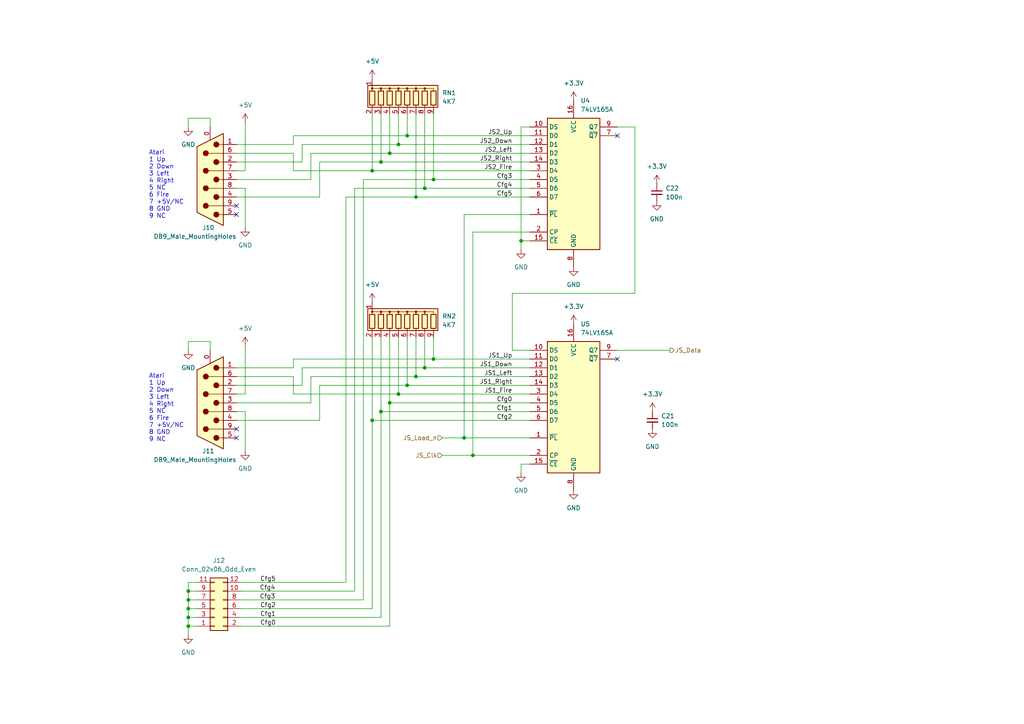
<source format=kicad_sch>
(kicad_sch (version 20211123) (generator eeschema)
  (paper "A4")
  (lib_symbols
    (symbol "74xx:74LS165"
      (property "Reference" "U" (at -7.62 19.05 0))
      (property "Value" "74LS165" (at -7.62 -21.59 0))
      (symbol "74LS165_1_0"
        (pin input line (at -12.7 -10.16 0) (length 5.08) (name "~{PL}") (number "1"))
        (pin input line (at -12.7 15.24 0) (length 5.08) (name "DS") (number "10"))
        (pin input line (at -12.7 12.7 0) (length 5.08) (name "D0") (number "11"))
        (pin input line (at -12.7 10.16 0) (length 5.08) (name "D1") (number "12"))
        (pin input line (at -12.7 7.62 0) (length 5.08) (name "D2") (number "13"))
        (pin input line (at -12.7 5.08 0) (length 5.08) (name "D3") (number "14"))
        (pin input line (at -12.7 -17.78 0) (length 5.08) (name "~{CE}") (number "15"))
        (pin power_in line (at 0 22.86 270) (length 5.08) (name "VCC") (number "16"))
        (pin input line (at -12.7 -15.24 0) (length 5.08) (name "CP") (number "2"))
        (pin input line (at -12.7 2.54 0) (length 5.08) (name "D4") (number "3"))
        (pin input line (at -12.7 0 0) (length 5.08) (name "D5") (number "4"))
        (pin input line (at -12.7 -2.54 0) (length 5.08) (name "D6") (number "5"))
        (pin input line (at -12.7 -5.08 0) (length 5.08) (name "D7") (number "6"))
        (pin output line (at 12.7 12.7 180) (length 5.08) (name "~{Q7}") (number "7"))
        (pin power_in line (at 0 -25.4 90) (length 5.08) (name "GND") (number "8"))
        (pin output line (at 12.7 15.24 180) (length 5.08) (name "Q7") (number "9"))
      )
      (symbol "74LS165_1_1"
        (rectangle (start -7.62 17.78) (end 7.62 -20.32) (stroke (width 0.254)) (fill (type background)))
      )
    )
    (symbol "Connector:DB9_Male_MountingHoles" (pin_names (offset 1.016) hide)
      (property "Reference" "J" (at 0 16.51 0))
      (property "Value" "DB9_Male_MountingHoles" (at 0 14.605 0))
      (symbol "DB9_Male_MountingHoles_0_1"
        (circle (center -1.778 -10.16) (radius 0.762) (fill (type outline)))
        (circle (center -1.778 -5.08) (radius 0.762) (fill (type outline)))
        (circle (center -1.778 0) (radius 0.762) (fill (type outline)))
        (circle (center -1.778 5.08) (radius 0.762) (fill (type outline)))
        (circle (center -1.778 10.16) (radius 0.762) (fill (type outline)))
        (polyline (pts (xy -3.81 -10.16) (xy -2.54 -10.16)))
        (polyline (pts (xy -3.81 -7.62) (xy 0.508 -7.62)))
        (polyline (pts (xy -3.81 -5.08) (xy -2.54 -5.08)))
        (polyline (pts (xy -3.81 -2.54) (xy 0.508 -2.54)))
        (polyline (pts (xy -3.81 0) (xy -2.54 0)))
        (polyline (pts (xy -3.81 2.54) (xy 0.508 2.54)))
        (polyline (pts (xy -3.81 5.08) (xy -2.54 5.08)))
        (polyline (pts (xy -3.81 7.62) (xy 0.508 7.62)))
        (polyline (pts (xy -3.81 10.16) (xy -2.54 10.16)))
        (polyline (pts (xy -3.81 -13.335) (xy -3.81 13.335) (xy 3.81 9.525) (xy 3.81 -9.525) (xy -3.81 -13.335)) (stroke (width 0.254)) (fill (type background)))
        (circle (center 1.27 -7.62) (radius 0.762) (fill (type outline)))
        (circle (center 1.27 -2.54) (radius 0.762) (fill (type outline)))
        (circle (center 1.27 2.54) (radius 0.762) (fill (type outline)))
        (circle (center 1.27 7.62) (radius 0.762) (fill (type outline)))
      )
      (symbol "DB9_Male_MountingHoles_1_1"
        (pin passive line (at 0 -15.24 90) (length 3.81) (name "PAD") (number "0"))
        (pin passive line (at -7.62 -10.16 0) (length 3.81) (name "1") (number "1"))
        (pin passive line (at -7.62 -5.08 0) (length 3.81) (name "2") (number "2"))
        (pin passive line (at -7.62 0 0) (length 3.81) (name "3") (number "3"))
        (pin passive line (at -7.62 5.08 0) (length 3.81) (name "4") (number "4"))
        (pin passive line (at -7.62 10.16 0) (length 3.81) (name "5") (number "5"))
        (pin passive line (at -7.62 -7.62 0) (length 3.81) (name "6") (number "6"))
        (pin passive line (at -7.62 -2.54 0) (length 3.81) (name "7") (number "7"))
        (pin passive line (at -7.62 2.54 0) (length 3.81) (name "8") (number "8"))
        (pin passive line (at -7.62 7.62 0) (length 3.81) (name "9") (number "9"))
      )
    )
    (symbol "Connector_Generic:Conn_02x06_Odd_Even" (pin_names (offset 1.016) hide)
      (property "Reference" "J" (at 1.27 7.62 0))
      (property "Value" "Conn_02x06_Odd_Even" (at 1.27 -10.16 0))
      (symbol "Conn_02x06_Odd_Even_1_1"
        (rectangle (start -1.27 -7.493) (end 0 -7.747) (stroke (width 0.1524)))
        (rectangle (start -1.27 -4.953) (end 0 -5.207) (stroke (width 0.1524)))
        (rectangle (start -1.27 -2.413) (end 0 -2.667) (stroke (width 0.1524)))
        (rectangle (start -1.27 0.127) (end 0 -0.127) (stroke (width 0.1524)))
        (rectangle (start -1.27 2.667) (end 0 2.413) (stroke (width 0.1524)))
        (rectangle (start -1.27 5.207) (end 0 4.953) (stroke (width 0.1524)))
        (rectangle (start -1.27 6.35) (end 3.81 -8.89) (stroke (width 0.254)) (fill (type background)))
        (rectangle (start 3.81 -7.493) (end 2.54 -7.747) (stroke (width 0.1524)))
        (rectangle (start 3.81 -4.953) (end 2.54 -5.207) (stroke (width 0.1524)))
        (rectangle (start 3.81 -2.413) (end 2.54 -2.667) (stroke (width 0.1524)))
        (rectangle (start 3.81 0.127) (end 2.54 -0.127) (stroke (width 0.1524)))
        (rectangle (start 3.81 2.667) (end 2.54 2.413) (stroke (width 0.1524)))
        (rectangle (start 3.81 5.207) (end 2.54 4.953) (stroke (width 0.1524)))
        (pin passive line (at -5.08 5.08 0) (length 3.81) (name "Pin_1") (number "1"))
        (pin passive line (at 7.62 -5.08 180) (length 3.81) (name "Pin_10") (number "10"))
        (pin passive line (at -5.08 -7.62 0) (length 3.81) (name "Pin_11") (number "11"))
        (pin passive line (at 7.62 -7.62 180) (length 3.81) (name "Pin_12") (number "12"))
        (pin passive line (at 7.62 5.08 180) (length 3.81) (name "Pin_2") (number "2"))
        (pin passive line (at -5.08 2.54 0) (length 3.81) (name "Pin_3") (number "3"))
        (pin passive line (at 7.62 2.54 180) (length 3.81) (name "Pin_4") (number "4"))
        (pin passive line (at -5.08 0 0) (length 3.81) (name "Pin_5") (number "5"))
        (pin passive line (at 7.62 0 180) (length 3.81) (name "Pin_6") (number "6"))
        (pin passive line (at -5.08 -2.54 0) (length 3.81) (name "Pin_7") (number "7"))
        (pin passive line (at 7.62 -2.54 180) (length 3.81) (name "Pin_8") (number "8"))
        (pin passive line (at -5.08 -5.08 0) (length 3.81) (name "Pin_9") (number "9"))
      )
    )
    (symbol "Device:C_Small" (pin_numbers hide) (pin_names (offset 0.254) hide)
      (property "Reference" "C" (at 0.254 1.778 0))
      (property "Value" "C_Small" (at 0.254 -2.032 0))
      (symbol "C_Small_0_1"
        (polyline (pts (xy -1.524 -0.508) (xy 1.524 -0.508)) (stroke (width 0.3302)))
        (polyline (pts (xy -1.524 0.508) (xy 1.524 0.508)) (stroke (width 0.3048)))
      )
      (symbol "C_Small_1_1"
        (pin passive line (at 0 2.54 270) (length 2.032) (name "~") (number "1"))
        (pin passive line (at 0 -2.54 90) (length 2.032) (name "~") (number "2"))
      )
    )
    (symbol "Device:R_Network08" (pin_names (offset 0) hide)
      (property "Reference" "RN" (at -12.7 0 90))
      (property "Value" "R_Network08" (at 10.16 0 90))
      (symbol "R_Network08_0_1"
        (rectangle (start -11.43 -3.175) (end 8.89 3.175) (stroke (width 0.254)) (fill (type background)))
        (rectangle (start -10.922 1.524) (end -9.398 -2.54) (stroke (width 0.254)))
        (circle (center -10.16 2.286) (radius 0.254) (fill (type outline)))
        (rectangle (start -8.382 1.524) (end -6.858 -2.54) (stroke (width 0.254)))
        (circle (center -7.62 2.286) (radius 0.254) (fill (type outline)))
        (rectangle (start -5.842 1.524) (end -4.318 -2.54) (stroke (width 0.254)))
        (circle (center -5.08 2.286) (radius 0.254) (fill (type outline)))
        (rectangle (start -3.302 1.524) (end -1.778 -2.54) (stroke (width 0.254)))
        (circle (center -2.54 2.286) (radius 0.254) (fill (type outline)))
        (rectangle (start -0.762 1.524) (end 0.762 -2.54) (stroke (width 0.254)))
        (polyline (pts (xy -10.16 -2.54) (xy -10.16 -3.81)))
        (polyline (pts (xy -7.62 -2.54) (xy -7.62 -3.81)))
        (polyline (pts (xy -5.08 -2.54) (xy -5.08 -3.81)))
        (polyline (pts (xy -2.54 -2.54) (xy -2.54 -3.81)))
        (polyline (pts (xy 0 -2.54) (xy 0 -3.81)))
        (polyline (pts (xy 2.54 -2.54) (xy 2.54 -3.81)))
        (polyline (pts (xy 5.08 -2.54) (xy 5.08 -3.81)))
        (polyline (pts (xy 7.62 -2.54) (xy 7.62 -3.81)))
        (polyline (pts (xy -10.16 1.524) (xy -10.16 2.286) (xy -7.62 2.286) (xy -7.62 1.524)))
        (polyline (pts (xy -7.62 1.524) (xy -7.62 2.286) (xy -5.08 2.286) (xy -5.08 1.524)))
        (polyline (pts (xy -5.08 1.524) (xy -5.08 2.286) (xy -2.54 2.286) (xy -2.54 1.524)))
        (polyline (pts (xy -2.54 1.524) (xy -2.54 2.286) (xy 0 2.286) (xy 0 1.524)))
        (polyline (pts (xy 0 1.524) (xy 0 2.286) (xy 2.54 2.286) (xy 2.54 1.524)))
        (polyline (pts (xy 2.54 1.524) (xy 2.54 2.286) (xy 5.08 2.286) (xy 5.08 1.524)))
        (polyline (pts (xy 5.08 1.524) (xy 5.08 2.286) (xy 7.62 2.286) (xy 7.62 1.524)))
        (circle (center 0 2.286) (radius 0.254) (fill (type outline)))
        (rectangle (start 1.778 1.524) (end 3.302 -2.54) (stroke (width 0.254)))
        (circle (center 2.54 2.286) (radius 0.254) (fill (type outline)))
        (rectangle (start 4.318 1.524) (end 5.842 -2.54) (stroke (width 0.254)))
        (circle (center 5.08 2.286) (radius 0.254) (fill (type outline)))
        (rectangle (start 6.858 1.524) (end 8.382 -2.54) (stroke (width 0.254)))
      )
      (symbol "R_Network08_1_1"
        (pin passive line (at -10.16 5.08 270) (length 2.54) (name "common") (number "1"))
        (pin passive line (at -10.16 -5.08 90) (length 1.27) (name "R1") (number "2"))
        (pin passive line (at -7.62 -5.08 90) (length 1.27) (name "R2") (number "3"))
        (pin passive line (at -5.08 -5.08 90) (length 1.27) (name "R3") (number "4"))
        (pin passive line (at -2.54 -5.08 90) (length 1.27) (name "R4") (number "5"))
        (pin passive line (at 0 -5.08 90) (length 1.27) (name "R5") (number "6"))
        (pin passive line (at 2.54 -5.08 90) (length 1.27) (name "R6") (number "7"))
        (pin passive line (at 5.08 -5.08 90) (length 1.27) (name "R7") (number "8"))
        (pin passive line (at 7.62 -5.08 90) (length 1.27) (name "R8") (number "9"))
      )
    )
    (symbol "power:+3.3V" (power) (pin_names (offset 0))
      (property "Value" "+3.3V" (at 0 3.556 0))
      (symbol "+3.3V_0_1"
        (polyline (pts (xy -0.762 1.27) (xy 0 2.54)))
        (polyline (pts (xy 0 0) (xy 0 2.54)))
        (polyline (pts (xy 0 2.54) (xy 0.762 1.27)))
      )
      (symbol "+3.3V_1_1"
        (pin power_in line (at 0 0 90) (length 0) hide (name "+3.3V") (number "1"))
      )
    )
    (symbol "power:+5V" (power) (pin_names (offset 0))
      (property "Value" "+5V" (at 0 3.556 0))
      (symbol "+5V_0_1"
        (polyline (pts (xy -0.762 1.27) (xy 0 2.54)))
        (polyline (pts (xy 0 0) (xy 0 2.54)))
        (polyline (pts (xy 0 2.54) (xy 0.762 1.27)))
      )
      (symbol "+5V_1_1"
        (pin power_in line (at 0 0 90) (length 0) hide (name "+5V") (number "1"))
      )
    )
    (symbol "power:GND" (power) (pin_names (offset 0))
      (property "Value" "GND" (at 0 -3.81 0))
      (symbol "GND_0_1"
        (polyline (pts (xy 0 0) (xy 0 -1.27) (xy 1.27 -1.27) (xy 0 -2.54) (xy -1.27 -1.27) (xy 0 -1.27)))
      )
      (symbol "GND_1_1"
        (pin power_in line (at 0 0 270) (length 0) hide (name "GND") (number "1"))
      )
    )
  )
  (junction (at 113.03 116.84))
  (junction (at 151.13 69.85))
  (junction (at 110.49 46.99))
  (junction (at 110.49 119.38))
  (junction (at 134.62 127))
  (junction (at 54.61 173.99))
  (junction (at 120.65 109.22))
  (junction (at 54.61 171.45))
  (junction (at 118.11 39.37))
  (junction (at 137.16 132.08))
  (junction (at 115.57 114.3))
  (junction (at 107.95 49.53))
  (junction (at 120.65 57.15))
  (junction (at 107.95 121.92))
  (junction (at 118.11 111.76))
  (junction (at 123.19 106.68))
  (junction (at 115.57 41.91))
  (junction (at 125.73 104.14))
  (junction (at 54.61 181.61))
  (junction (at 123.19 54.61))
  (junction (at 54.61 176.53))
  (junction (at 113.03 44.45))
  (junction (at 125.73 52.07))
  (junction (at 54.61 179.07))
  (no_connect (at 179.07 39.37))
  (no_connect (at 68.58 124.46))
  (no_connect (at 68.58 62.23))
  (no_connect (at 68.58 127))
  (no_connect (at 68.58 59.69))
  (no_connect (at 179.07 104.14))
  (wire (pts (xy 105.41 52.07) (xy 105.41 173.99)))
  (wire (pts (xy 179.07 101.6) (xy 194.31 101.6)))
  (wire (pts (xy 125.73 52.07) (xy 153.67 52.07)))
  (wire (pts (xy 110.49 97.79) (xy 110.49 119.38)))
  (wire (pts (xy 125.73 97.79) (xy 125.73 104.14)))
  (wire (pts (xy 68.58 114.3) (xy 71.12 114.3)))
  (wire (pts (xy 54.61 181.61) (xy 57.15 181.61)))
  (wire (pts (xy 87.63 46.99) (xy 87.63 41.91)))
  (wire (pts (xy 54.61 34.29) (xy 60.96 34.29)))
  (wire (pts (xy 85.09 49.53) (xy 107.95 49.53)))
  (wire (pts (xy 118.11 39.37) (xy 153.67 39.37)))
  (wire (pts (xy 68.58 49.53) (xy 71.12 49.53)))
  (wire (pts (xy 128.27 127) (xy 134.62 127)))
  (wire (pts (xy 69.85 171.45) (xy 102.87 171.45)))
  (wire (pts (xy 148.59 85.09) (xy 148.59 101.6)))
  (wire (pts (xy 54.61 173.99) (xy 54.61 176.53)))
  (wire (pts (xy 110.49 33.02) (xy 110.49 46.99)))
  (wire (pts (xy 123.19 33.02) (xy 123.19 54.61)))
  (wire (pts (xy 120.65 109.22) (xy 153.67 109.22)))
  (wire (pts (xy 69.85 179.07) (xy 110.49 179.07)))
  (wire (pts (xy 69.85 168.91) (xy 100.33 168.91)))
  (wire (pts (xy 123.19 106.68) (xy 153.67 106.68)))
  (wire (pts (xy 68.58 57.15) (xy 92.71 57.15)))
  (wire (pts (xy 68.58 46.99) (xy 87.63 46.99)))
  (wire (pts (xy 125.73 104.14) (xy 153.67 104.14)))
  (wire (pts (xy 118.11 97.79) (xy 118.11 111.76)))
  (wire (pts (xy 68.58 44.45) (xy 85.09 44.45)))
  (wire (pts (xy 115.57 33.02) (xy 115.57 41.91)))
  (wire (pts (xy 115.57 41.91) (xy 153.67 41.91)))
  (wire (pts (xy 90.17 109.22) (xy 120.65 109.22)))
  (wire (pts (xy 68.58 121.92) (xy 92.71 121.92)))
  (wire (pts (xy 68.58 119.38) (xy 71.12 119.38)))
  (wire (pts (xy 118.11 33.02) (xy 118.11 39.37)))
  (wire (pts (xy 151.13 36.83) (xy 153.67 36.83)))
  (wire (pts (xy 57.15 168.91) (xy 54.61 168.91)))
  (wire (pts (xy 54.61 176.53) (xy 57.15 176.53)))
  (wire (pts (xy 184.15 36.83) (xy 184.15 85.09)))
  (wire (pts (xy 100.33 57.15) (xy 100.33 168.91)))
  (wire (pts (xy 107.95 49.53) (xy 153.67 49.53)))
  (wire (pts (xy 85.09 114.3) (xy 115.57 114.3)))
  (wire (pts (xy 90.17 44.45) (xy 113.03 44.45)))
  (wire (pts (xy 54.61 101.6) (xy 54.61 99.06)))
  (wire (pts (xy 113.03 116.84) (xy 113.03 181.61)))
  (wire (pts (xy 134.62 62.23) (xy 134.62 127)))
  (wire (pts (xy 68.58 109.22) (xy 85.09 109.22)))
  (wire (pts (xy 85.09 109.22) (xy 85.09 114.3)))
  (wire (pts (xy 85.09 106.68) (xy 85.09 104.14)))
  (wire (pts (xy 68.58 52.07) (xy 90.17 52.07)))
  (wire (pts (xy 92.71 57.15) (xy 92.71 46.99)))
  (wire (pts (xy 100.33 57.15) (xy 120.65 57.15)))
  (wire (pts (xy 125.73 33.02) (xy 125.73 52.07)))
  (wire (pts (xy 110.49 119.38) (xy 110.49 179.07)))
  (wire (pts (xy 71.12 119.38) (xy 71.12 130.81)))
  (wire (pts (xy 68.58 41.91) (xy 85.09 41.91)))
  (wire (pts (xy 90.17 52.07) (xy 90.17 44.45)))
  (wire (pts (xy 85.09 44.45) (xy 85.09 49.53)))
  (wire (pts (xy 120.65 57.15) (xy 153.67 57.15)))
  (wire (pts (xy 134.62 127) (xy 153.67 127)))
  (wire (pts (xy 54.61 36.83) (xy 54.61 34.29)))
  (wire (pts (xy 68.58 111.76) (xy 87.63 111.76)))
  (wire (pts (xy 118.11 111.76) (xy 153.67 111.76)))
  (wire (pts (xy 107.95 97.79) (xy 107.95 121.92)))
  (wire (pts (xy 137.16 67.31) (xy 137.16 132.08)))
  (wire (pts (xy 71.12 100.33) (xy 71.12 114.3)))
  (wire (pts (xy 107.95 33.02) (xy 107.95 49.53)))
  (wire (pts (xy 153.67 62.23) (xy 134.62 62.23)))
  (wire (pts (xy 54.61 176.53) (xy 54.61 179.07)))
  (wire (pts (xy 151.13 69.85) (xy 151.13 36.83)))
  (wire (pts (xy 120.65 97.79) (xy 120.65 109.22)))
  (wire (pts (xy 54.61 179.07) (xy 54.61 181.61)))
  (wire (pts (xy 120.65 33.02) (xy 120.65 57.15)))
  (wire (pts (xy 128.27 132.08) (xy 137.16 132.08)))
  (wire (pts (xy 85.09 39.37) (xy 118.11 39.37)))
  (wire (pts (xy 85.09 104.14) (xy 125.73 104.14)))
  (wire (pts (xy 69.85 181.61) (xy 113.03 181.61)))
  (wire (pts (xy 60.96 34.29) (xy 60.96 36.83)))
  (wire (pts (xy 54.61 171.45) (xy 57.15 171.45)))
  (wire (pts (xy 153.67 67.31) (xy 137.16 67.31)))
  (wire (pts (xy 92.71 46.99) (xy 110.49 46.99)))
  (wire (pts (xy 184.15 85.09) (xy 148.59 85.09)))
  (wire (pts (xy 123.19 54.61) (xy 153.67 54.61)))
  (wire (pts (xy 54.61 171.45) (xy 54.61 173.99)))
  (wire (pts (xy 54.61 168.91) (xy 54.61 171.45)))
  (wire (pts (xy 68.58 54.61) (xy 71.12 54.61)))
  (wire (pts (xy 151.13 134.62) (xy 153.67 134.62)))
  (wire (pts (xy 69.85 176.53) (xy 107.95 176.53)))
  (wire (pts (xy 60.96 99.06) (xy 60.96 101.6)))
  (wire (pts (xy 113.03 33.02) (xy 113.03 44.45)))
  (wire (pts (xy 87.63 41.91) (xy 115.57 41.91)))
  (wire (pts (xy 69.85 173.99) (xy 105.41 173.99)))
  (wire (pts (xy 87.63 111.76) (xy 87.63 106.68)))
  (wire (pts (xy 92.71 111.76) (xy 118.11 111.76)))
  (wire (pts (xy 68.58 116.84) (xy 90.17 116.84)))
  (wire (pts (xy 71.12 35.56) (xy 71.12 49.53)))
  (wire (pts (xy 151.13 134.62) (xy 151.13 137.16)))
  (wire (pts (xy 113.03 44.45) (xy 153.67 44.45)))
  (wire (pts (xy 113.03 97.79) (xy 113.03 116.84)))
  (wire (pts (xy 115.57 114.3) (xy 153.67 114.3)))
  (wire (pts (xy 85.09 41.91) (xy 85.09 39.37)))
  (wire (pts (xy 90.17 116.84) (xy 90.17 109.22)))
  (wire (pts (xy 110.49 46.99) (xy 153.67 46.99)))
  (wire (pts (xy 92.71 121.92) (xy 92.71 111.76)))
  (wire (pts (xy 151.13 69.85) (xy 151.13 72.39)))
  (wire (pts (xy 179.07 36.83) (xy 184.15 36.83)))
  (wire (pts (xy 54.61 99.06) (xy 60.96 99.06)))
  (wire (pts (xy 54.61 173.99) (xy 57.15 173.99)))
  (wire (pts (xy 102.87 54.61) (xy 123.19 54.61)))
  (wire (pts (xy 87.63 106.68) (xy 123.19 106.68)))
  (wire (pts (xy 115.57 97.79) (xy 115.57 114.3)))
  (wire (pts (xy 148.59 101.6) (xy 153.67 101.6)))
  (wire (pts (xy 107.95 121.92) (xy 107.95 176.53)))
  (wire (pts (xy 110.49 119.38) (xy 153.67 119.38)))
  (wire (pts (xy 123.19 97.79) (xy 123.19 106.68)))
  (wire (pts (xy 107.95 121.92) (xy 153.67 121.92)))
  (wire (pts (xy 71.12 54.61) (xy 71.12 66.04)))
  (wire (pts (xy 137.16 132.08) (xy 153.67 132.08)))
  (wire (pts (xy 54.61 181.61) (xy 54.61 184.15)))
  (wire (pts (xy 54.61 179.07) (xy 57.15 179.07)))
  (wire (pts (xy 113.03 116.84) (xy 153.67 116.84)))
  (wire (pts (xy 151.13 69.85) (xy 153.67 69.85)))
  (wire (pts (xy 105.41 52.07) (xy 125.73 52.07)))
  (wire (pts (xy 68.58 106.68) (xy 85.09 106.68)))
  (wire (pts (xy 102.87 54.61) (xy 102.87 171.45)))
  (text "Atari\n1 Up\n2 Down\n3 Left\n4 Right\n5 NC\n6 Fire\n7 +5V/NC\n8 GND\n9 NC" (at 43.18 63.5 0) (effects (font (size 1.27 1.27)) (justify left bottom)))
  (text "Atari\n1 Up\n2 Down\n3 Left\n4 Right\n5 NC\n6 Fire\n7 +5V/NC\n8 GND\n9 NC" (at 43.18 128.27 0) (effects (font (size 1.27 1.27)) (justify left bottom)))
  (label "Cfg3" (at 148.59 52.07 180))
  (label "Cfg4" (at 79.8668 171.45 180))
  (label "JS2_Right" (at 148.59 46.99 180))
  (label "JS2_Down" (at 148.59 41.91 180))
  (label "JS1_Up" (at 148.59 104.14 180))
  (label "JS1_Right" (at 148.59 111.76 180))
  (label "Cfg5" (at 80.01 168.91 180))
  (label "Cfg1" (at 148.59 119.38 180))
  (label "JS1_Down" (at 148.59 106.68 180))
  (label "Cfg3" (at 79.8668 173.99 180))
  (label "JS1_Left" (at 148.59 109.22 180))
  (label "Cfg0" (at 148.59 116.84 180))
  (label "Cfg0" (at 80.01 181.61 180))
  (label "Cfg2" (at 148.59 121.92 180))
  (label "JS2_Up" (at 148.59 39.37 180))
  (label "JS2_Left" (at 148.59 44.45 180))
  (label "Cfg1" (at 80.01 179.07 180))
  (label "JS1_Fire" (at 148.59 114.3 180))
  (label "Cfg4" (at 148.59 54.61 180))
  (label "Cfg2" (at 80.01 176.53 180))
  (label "Cfg5" (at 148.59 57.15 180))
  (label "JS2_Fire" (at 148.59 49.53 180))
  (hierarchical_label "JS_Load_n" (shape input) (at 128.27 127 180))
  (hierarchical_label "JS_Clk" (shape input) (at 128.27 132.08 180))
  (hierarchical_label "JS_Data" (shape output) (at 194.31 101.6 0))
  (symbol (lib_id "power:GND") (at 166.37 142.24 0) (unit 1)
    (property "Reference" "#PWR051" (effects hide))
    (property "Value" "GND" (at 166.37 147.32 0))
  )
  (symbol (lib_id "power:GND") (at 54.61 101.6 0) (unit 1)
    (property "Reference" "#PWR038" (effects hide))
    (property "Value" "GND" (at 54.61 106.68 0))
  )
  (symbol (lib_id "74xx:74LS165") (at 166.37 116.84 0) (unit 1)
    (property "Reference" "U5" (at 168.3894 93.98 0) (effects (justify left)))
    (property "Value" "74LV165A" (at 168.3894 96.52 0) (effects (justify left)))
    (property "Footprint" "Package_SO:SOIC-16_3.9x9.9mm_P1.27mm" (effects hide))
    (property "Datasheet" "https://www.ti.com/lit/ds/symlink/sn74ls165a.pdf" (effects hide))
  )
  (symbol (lib_id "power:GND") (at 151.13 72.39 0) (unit 1)
    (property "Reference" "#PWR046" (effects hide))
    (property "Value" "GND" (at 151.13 77.47 0))
  )
  (symbol (lib_id "power:+5V") (at 71.12 35.56 0) (unit 1)
    (property "Reference" "#PWR040" (effects hide))
    (property "Value" "+5V" (at 71.12 30.48 0))
  )
  (symbol (lib_id "power:+3.3V") (at 166.37 93.98 0) (unit 1)
    (property "Reference" "#PWR050" (effects hide))
    (property "Value" "+3.3V" (at 166.37 88.9 0))
  )
  (symbol (lib_id "power:+3.3V") (at 166.37 29.21 0) (unit 1)
    (property "Reference" "#PWR048" (effects hide))
    (property "Value" "+3.3V" (at 166.37 24.13 0))
  )
  (symbol (lib_id "power:GND") (at 54.61 184.15 0) (unit 1)
    (property "Reference" "#PWR039" (effects hide))
    (property "Value" "GND" (at 54.61 189.23 0))
  )
  (symbol (lib_id "power:+3.3V") (at 190.5 53.34 0) (unit 1)
    (property "Reference" "#PWR054" (effects hide))
    (property "Value" "+3.3V" (at 190.5 48.26 0))
  )
  (symbol (lib_id "Device:C_Small") (at 189.23 121.92 0) (unit 1)
    (property "Reference" "C21" (at 191.77 120.6562 0) (effects (justify left)))
    (property "Value" "100n" (at 191.77 123.1962 0) (effects (justify left)))
    (property "Footprint" "Capacitor_SMD:C_1206_3216Metric_Pad1.33x1.80mm_HandSolder" (effects hide))
  )
  (symbol (lib_id "74xx:74LS165") (at 166.37 52.07 0) (unit 1)
    (property "Reference" "U4" (at 168.3894 29.21 0) (effects (justify left)))
    (property "Value" "74LV165A" (at 168.3894 31.75 0) (effects (justify left)))
    (property "Footprint" "Package_SO:SOIC-16_3.9x9.9mm_P1.27mm" (effects hide))
    (property "Datasheet" "https://www.ti.com/lit/ds/symlink/sn74ls165a.pdf" (effects hide))
  )
  (symbol (lib_id "power:GND") (at 71.12 130.81 0) (unit 1)
    (property "Reference" "#PWR043" (effects hide))
    (property "Value" "GND" (at 71.12 135.89 0))
  )
  (symbol (lib_id "Device:R_Network08") (at 118.11 27.94 0) (unit 1)
    (property "Reference" "RN1" (at 128.27 26.9239 0) (effects (justify left)))
    (property "Value" "4K7" (at 128.27 29.4639 0) (effects (justify left)))
    (property "Footprint" "Resistor_THT:R_Array_SIP9" (effects hide))
    (property "Datasheet" "http://www.vishay.com/docs/31509/csc.pdf" (effects hide))
  )
  (symbol (lib_id "power:+3.3V") (at 189.23 119.38 0) (unit 1)
    (property "Reference" "#PWR052" (effects hide))
    (property "Value" "+3.3V" (at 189.23 114.3 0))
  )
  (symbol (lib_id "power:GND") (at 189.23 124.46 0) (unit 1)
    (property "Reference" "#PWR053" (effects hide))
    (property "Value" "GND" (at 189.23 129.54 0))
  )
  (symbol (lib_id "power:GND") (at 151.13 137.16 0) (unit 1)
    (property "Reference" "#PWR047" (effects hide))
    (property "Value" "GND" (at 151.13 142.24 0))
  )
  (symbol (lib_id "power:+5V") (at 71.12 100.33 0) (unit 1)
    (property "Reference" "#PWR042" (effects hide))
    (property "Value" "+5V" (at 71.12 95.25 0))
  )
  (symbol (lib_id "Device:R_Network08") (at 118.11 92.71 0) (unit 1)
    (property "Reference" "RN2" (at 128.27 91.6939 0) (effects (justify left)))
    (property "Value" "4K7" (at 128.27 94.2339 0) (effects (justify left)))
    (property "Footprint" "Resistor_THT:R_Array_SIP9" (effects hide))
    (property "Datasheet" "http://www.vishay.com/docs/31509/csc.pdf" (effects hide))
  )
  (symbol (lib_id "power:+5V") (at 107.95 22.86 0) (unit 1)
    (property "Reference" "#PWR044" (effects hide))
    (property "Value" "+5V" (at 107.95 17.78 0))
  )
  (symbol (lib_id "Connector_Generic:Conn_02x06_Odd_Even") (at 62.23 176.53 0) (mirror x) (unit 1)
    (property "Reference" "J12" (at 63.5 162.56 0))
    (property "Value" "Conn_02x06_Odd_Even" (at 63.5 165.1 0))
    (property "Footprint" "Connector_PinHeader_2.54mm:PinHeader_2x06_P2.54mm_Vertical" (effects hide))
  )
  (symbol (lib_id "Connector:DB9_Male_MountingHoles") (at 60.96 52.07 180) (unit 1)
    (property "Reference" "J10" (at 62.23 66.04 0) (effects (justify left)))
    (property "Value" "DB9_Male_MountingHoles" (at 68.58 68.58 0) (effects (justify left)))
    (property "Footprint" "Connector_Dsub:DSUB-9_Male_Horizontal_P2.77x2.84mm_EdgePinOffset7.70mm_Housed_MountingHolesOffset9.12mm" (effects hide))
    (property "Datasheet" " ~" (effects hide))
  )
  (symbol (lib_id "power:GND") (at 166.37 77.47 0) (unit 1)
    (property "Reference" "#PWR049" (effects hide))
    (property "Value" "GND" (at 166.37 82.55 0))
  )
  (symbol (lib_id "power:GND") (at 190.5 58.42 0) (unit 1)
    (property "Reference" "#PWR055" (effects hide))
    (property "Value" "GND" (at 190.5 63.5 0))
  )
  (symbol (lib_id "power:+5V") (at 107.95 87.63 0) (unit 1)
    (property "Reference" "#PWR045" (effects hide))
    (property "Value" "+5V" (at 107.95 82.55 0))
  )
  (symbol (lib_id "Device:C_Small") (at 190.5 55.88 0) (unit 1)
    (property "Reference" "C22" (at 193.04 54.6162 0) (effects (justify left)))
    (property "Value" "100n" (at 193.04 57.1562 0) (effects (justify left)))
    (property "Footprint" "Capacitor_SMD:C_1206_3216Metric_Pad1.33x1.80mm_HandSolder" (effects hide))
  )
  (symbol (lib_id "power:GND") (at 54.61 36.83 0) (unit 1)
    (property "Reference" "#PWR037" (effects hide))
    (property "Value" "GND" (at 54.61 41.91 0))
  )
  (symbol (lib_id "power:GND") (at 71.12 66.04 0) (unit 1)
    (property "Reference" "#PWR041" (effects hide))
    (property "Value" "GND" (at 71.12 71.12 0))
  )
  (symbol (lib_id "Connector:DB9_Male_MountingHoles") (at 60.96 116.84 180) (unit 1)
    (property "Reference" "J11" (at 62.23 130.81 0) (effects (justify left)))
    (property "Value" "DB9_Male_MountingHoles" (at 68.58 133.35 0) (effects (justify left)))
    (property "Footprint" "Connector_Dsub:DSUB-9_Male_Horizontal_P2.77x2.84mm_EdgePinOffset7.70mm_Housed_MountingHolesOffset9.12mm" (effects hide))
    (property "Datasheet" " ~" (effects hide))
  )
)
</source>
